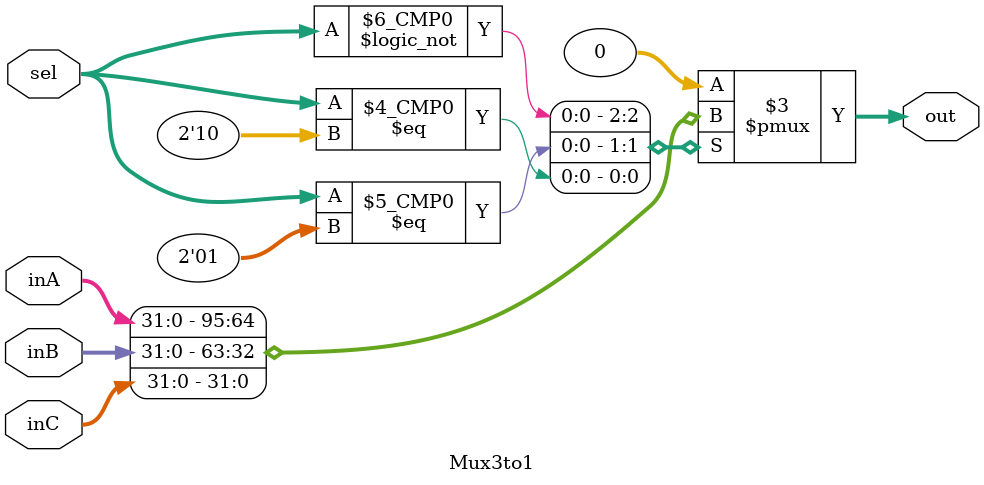
<source format=v>
`timescale 1ns / 1ps


module Mux3to1(out, inA, inB, inC, sel);

    output reg [31:0] out;
    
    input [31:0] inA, inB, inC;
    input [1:0]  sel;

    always @ (inA, inB, inC, sel) begin
        case (sel)
            2'b00: out <= inA;
            2'b01: out <= inB;
            2'b10: out <= inC;
            default: out <= 0;
        endcase
    end

endmodule
</source>
